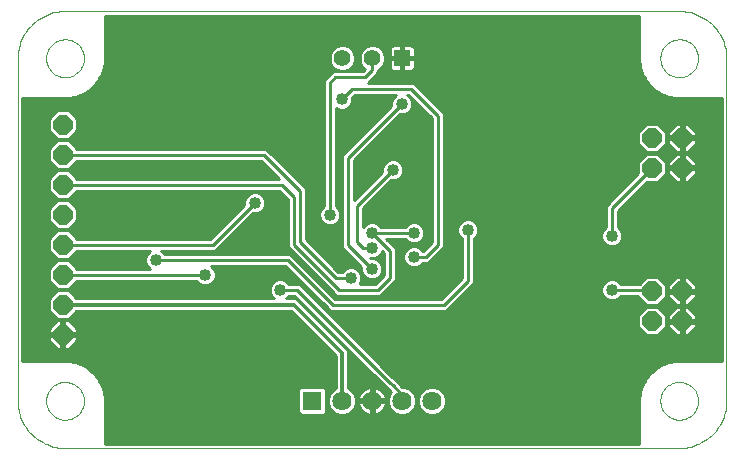
<source format=gbl>
G75*
G70*
%OFA0B0*%
%FSLAX24Y24*%
%IPPOS*%
%LPD*%
%AMOC8*
5,1,8,0,0,1.08239X$1,22.5*
%
%ADD10R,0.0640X0.0640*%
%ADD11C,0.0640*%
%ADD12OC8,0.0640*%
%ADD13R,0.0555X0.0555*%
%ADD14C,0.0555*%
%ADD15C,0.0000*%
%ADD16C,0.0100*%
%ADD17C,0.0400*%
%ADD18C,0.0120*%
D10*
X014205Y004991D03*
D11*
X015205Y004991D03*
X016205Y004991D03*
X017205Y004991D03*
X018205Y004991D03*
D12*
X025548Y007641D03*
X026548Y007641D03*
X026548Y008641D03*
X025548Y008641D03*
X025548Y012759D03*
X026548Y012759D03*
X026548Y013759D03*
X025548Y013759D03*
X005895Y014200D03*
X005895Y013200D03*
X005895Y012200D03*
X005895Y011200D03*
X005895Y010200D03*
X005895Y009200D03*
X005895Y008200D03*
X005895Y007200D03*
D13*
X017214Y016409D03*
D14*
X016214Y016409D03*
X015214Y016409D03*
D15*
X005969Y003417D02*
X026442Y003417D01*
X026442Y003416D02*
X026519Y003418D01*
X026596Y003424D01*
X026673Y003433D01*
X026749Y003446D01*
X026825Y003463D01*
X026899Y003484D01*
X026973Y003508D01*
X027045Y003536D01*
X027115Y003567D01*
X027184Y003602D01*
X027252Y003640D01*
X027317Y003681D01*
X027380Y003726D01*
X027441Y003774D01*
X027500Y003824D01*
X027556Y003877D01*
X027609Y003933D01*
X027659Y003992D01*
X027707Y004053D01*
X027752Y004116D01*
X027793Y004181D01*
X027831Y004249D01*
X027866Y004318D01*
X027897Y004388D01*
X027925Y004460D01*
X027949Y004534D01*
X027970Y004608D01*
X027987Y004684D01*
X028000Y004760D01*
X028009Y004837D01*
X028015Y004914D01*
X028017Y004991D01*
X028016Y004991D02*
X028016Y016409D01*
X028017Y016409D02*
X028015Y016486D01*
X028009Y016563D01*
X028000Y016640D01*
X027987Y016716D01*
X027970Y016792D01*
X027949Y016866D01*
X027925Y016940D01*
X027897Y017012D01*
X027866Y017082D01*
X027831Y017151D01*
X027793Y017219D01*
X027752Y017284D01*
X027707Y017347D01*
X027659Y017408D01*
X027609Y017467D01*
X027556Y017523D01*
X027500Y017576D01*
X027441Y017626D01*
X027380Y017674D01*
X027317Y017719D01*
X027252Y017760D01*
X027184Y017798D01*
X027115Y017833D01*
X027045Y017864D01*
X026973Y017892D01*
X026899Y017916D01*
X026825Y017937D01*
X026749Y017954D01*
X026673Y017967D01*
X026596Y017976D01*
X026519Y017982D01*
X026442Y017984D01*
X005969Y017984D01*
X005892Y017982D01*
X005815Y017976D01*
X005738Y017967D01*
X005662Y017954D01*
X005586Y017937D01*
X005512Y017916D01*
X005438Y017892D01*
X005366Y017864D01*
X005296Y017833D01*
X005227Y017798D01*
X005159Y017760D01*
X005094Y017719D01*
X005031Y017674D01*
X004970Y017626D01*
X004911Y017576D01*
X004855Y017523D01*
X004802Y017467D01*
X004752Y017408D01*
X004704Y017347D01*
X004659Y017284D01*
X004618Y017219D01*
X004580Y017151D01*
X004545Y017082D01*
X004514Y017012D01*
X004486Y016940D01*
X004462Y016866D01*
X004441Y016792D01*
X004424Y016716D01*
X004411Y016640D01*
X004402Y016563D01*
X004396Y016486D01*
X004394Y016409D01*
X004394Y004991D01*
X004396Y004914D01*
X004402Y004837D01*
X004411Y004760D01*
X004424Y004684D01*
X004441Y004608D01*
X004462Y004534D01*
X004486Y004460D01*
X004514Y004388D01*
X004545Y004318D01*
X004580Y004249D01*
X004618Y004181D01*
X004659Y004116D01*
X004704Y004053D01*
X004752Y003992D01*
X004802Y003933D01*
X004855Y003877D01*
X004911Y003824D01*
X004970Y003774D01*
X005031Y003726D01*
X005094Y003681D01*
X005159Y003640D01*
X005227Y003602D01*
X005296Y003567D01*
X005366Y003536D01*
X005438Y003508D01*
X005512Y003484D01*
X005586Y003463D01*
X005662Y003446D01*
X005738Y003433D01*
X005815Y003424D01*
X005892Y003418D01*
X005969Y003416D01*
X005892Y003418D01*
X005815Y003424D01*
X005738Y003433D01*
X005662Y003446D01*
X005586Y003463D01*
X005512Y003484D01*
X005438Y003508D01*
X005366Y003536D01*
X005296Y003567D01*
X005227Y003602D01*
X005159Y003640D01*
X005094Y003681D01*
X005031Y003726D01*
X004970Y003774D01*
X004911Y003824D01*
X004855Y003877D01*
X004802Y003933D01*
X004752Y003992D01*
X004704Y004053D01*
X004659Y004116D01*
X004618Y004181D01*
X004580Y004249D01*
X004545Y004318D01*
X004514Y004388D01*
X004486Y004460D01*
X004462Y004534D01*
X004441Y004608D01*
X004424Y004684D01*
X004411Y004760D01*
X004402Y004837D01*
X004396Y004914D01*
X004394Y004991D01*
X005339Y004991D02*
X005341Y005041D01*
X005347Y005091D01*
X005357Y005140D01*
X005371Y005188D01*
X005388Y005235D01*
X005409Y005280D01*
X005434Y005324D01*
X005462Y005365D01*
X005494Y005404D01*
X005528Y005441D01*
X005565Y005475D01*
X005605Y005505D01*
X005647Y005532D01*
X005691Y005556D01*
X005737Y005577D01*
X005784Y005593D01*
X005832Y005606D01*
X005882Y005615D01*
X005931Y005620D01*
X005982Y005621D01*
X006032Y005618D01*
X006081Y005611D01*
X006130Y005600D01*
X006178Y005585D01*
X006224Y005567D01*
X006269Y005545D01*
X006312Y005519D01*
X006353Y005490D01*
X006392Y005458D01*
X006428Y005423D01*
X006460Y005385D01*
X006490Y005345D01*
X006517Y005302D01*
X006540Y005258D01*
X006559Y005212D01*
X006575Y005164D01*
X006587Y005115D01*
X006595Y005066D01*
X006599Y005016D01*
X006599Y004966D01*
X006595Y004916D01*
X006587Y004867D01*
X006575Y004818D01*
X006559Y004770D01*
X006540Y004724D01*
X006517Y004680D01*
X006490Y004637D01*
X006460Y004597D01*
X006428Y004559D01*
X006392Y004524D01*
X006353Y004492D01*
X006312Y004463D01*
X006269Y004437D01*
X006224Y004415D01*
X006178Y004397D01*
X006130Y004382D01*
X006081Y004371D01*
X006032Y004364D01*
X005982Y004361D01*
X005931Y004362D01*
X005882Y004367D01*
X005832Y004376D01*
X005784Y004389D01*
X005737Y004405D01*
X005691Y004426D01*
X005647Y004450D01*
X005605Y004477D01*
X005565Y004507D01*
X005528Y004541D01*
X005494Y004578D01*
X005462Y004617D01*
X005434Y004658D01*
X005409Y004702D01*
X005388Y004747D01*
X005371Y004794D01*
X005357Y004842D01*
X005347Y004891D01*
X005341Y004941D01*
X005339Y004991D01*
X004394Y016409D02*
X004396Y016486D01*
X004402Y016563D01*
X004411Y016640D01*
X004424Y016716D01*
X004441Y016792D01*
X004462Y016866D01*
X004486Y016940D01*
X004514Y017012D01*
X004545Y017082D01*
X004580Y017151D01*
X004618Y017219D01*
X004659Y017284D01*
X004704Y017347D01*
X004752Y017408D01*
X004802Y017467D01*
X004855Y017523D01*
X004911Y017576D01*
X004970Y017626D01*
X005031Y017674D01*
X005094Y017719D01*
X005159Y017760D01*
X005227Y017798D01*
X005296Y017833D01*
X005366Y017864D01*
X005438Y017892D01*
X005512Y017916D01*
X005586Y017937D01*
X005662Y017954D01*
X005738Y017967D01*
X005815Y017976D01*
X005892Y017982D01*
X005969Y017984D01*
X005339Y016409D02*
X005341Y016459D01*
X005347Y016509D01*
X005357Y016558D01*
X005371Y016606D01*
X005388Y016653D01*
X005409Y016698D01*
X005434Y016742D01*
X005462Y016783D01*
X005494Y016822D01*
X005528Y016859D01*
X005565Y016893D01*
X005605Y016923D01*
X005647Y016950D01*
X005691Y016974D01*
X005737Y016995D01*
X005784Y017011D01*
X005832Y017024D01*
X005882Y017033D01*
X005931Y017038D01*
X005982Y017039D01*
X006032Y017036D01*
X006081Y017029D01*
X006130Y017018D01*
X006178Y017003D01*
X006224Y016985D01*
X006269Y016963D01*
X006312Y016937D01*
X006353Y016908D01*
X006392Y016876D01*
X006428Y016841D01*
X006460Y016803D01*
X006490Y016763D01*
X006517Y016720D01*
X006540Y016676D01*
X006559Y016630D01*
X006575Y016582D01*
X006587Y016533D01*
X006595Y016484D01*
X006599Y016434D01*
X006599Y016384D01*
X006595Y016334D01*
X006587Y016285D01*
X006575Y016236D01*
X006559Y016188D01*
X006540Y016142D01*
X006517Y016098D01*
X006490Y016055D01*
X006460Y016015D01*
X006428Y015977D01*
X006392Y015942D01*
X006353Y015910D01*
X006312Y015881D01*
X006269Y015855D01*
X006224Y015833D01*
X006178Y015815D01*
X006130Y015800D01*
X006081Y015789D01*
X006032Y015782D01*
X005982Y015779D01*
X005931Y015780D01*
X005882Y015785D01*
X005832Y015794D01*
X005784Y015807D01*
X005737Y015823D01*
X005691Y015844D01*
X005647Y015868D01*
X005605Y015895D01*
X005565Y015925D01*
X005528Y015959D01*
X005494Y015996D01*
X005462Y016035D01*
X005434Y016076D01*
X005409Y016120D01*
X005388Y016165D01*
X005371Y016212D01*
X005357Y016260D01*
X005347Y016309D01*
X005341Y016359D01*
X005339Y016409D01*
X026442Y017984D02*
X026519Y017982D01*
X026596Y017976D01*
X026673Y017967D01*
X026749Y017954D01*
X026825Y017937D01*
X026899Y017916D01*
X026973Y017892D01*
X027045Y017864D01*
X027115Y017833D01*
X027184Y017798D01*
X027252Y017760D01*
X027317Y017719D01*
X027380Y017674D01*
X027441Y017626D01*
X027500Y017576D01*
X027556Y017523D01*
X027609Y017467D01*
X027659Y017408D01*
X027707Y017347D01*
X027752Y017284D01*
X027793Y017219D01*
X027831Y017151D01*
X027866Y017082D01*
X027897Y017012D01*
X027925Y016940D01*
X027949Y016866D01*
X027970Y016792D01*
X027987Y016716D01*
X028000Y016640D01*
X028009Y016563D01*
X028015Y016486D01*
X028017Y016409D01*
X025812Y016409D02*
X025814Y016459D01*
X025820Y016509D01*
X025830Y016558D01*
X025844Y016606D01*
X025861Y016653D01*
X025882Y016698D01*
X025907Y016742D01*
X025935Y016783D01*
X025967Y016822D01*
X026001Y016859D01*
X026038Y016893D01*
X026078Y016923D01*
X026120Y016950D01*
X026164Y016974D01*
X026210Y016995D01*
X026257Y017011D01*
X026305Y017024D01*
X026355Y017033D01*
X026404Y017038D01*
X026455Y017039D01*
X026505Y017036D01*
X026554Y017029D01*
X026603Y017018D01*
X026651Y017003D01*
X026697Y016985D01*
X026742Y016963D01*
X026785Y016937D01*
X026826Y016908D01*
X026865Y016876D01*
X026901Y016841D01*
X026933Y016803D01*
X026963Y016763D01*
X026990Y016720D01*
X027013Y016676D01*
X027032Y016630D01*
X027048Y016582D01*
X027060Y016533D01*
X027068Y016484D01*
X027072Y016434D01*
X027072Y016384D01*
X027068Y016334D01*
X027060Y016285D01*
X027048Y016236D01*
X027032Y016188D01*
X027013Y016142D01*
X026990Y016098D01*
X026963Y016055D01*
X026933Y016015D01*
X026901Y015977D01*
X026865Y015942D01*
X026826Y015910D01*
X026785Y015881D01*
X026742Y015855D01*
X026697Y015833D01*
X026651Y015815D01*
X026603Y015800D01*
X026554Y015789D01*
X026505Y015782D01*
X026455Y015779D01*
X026404Y015780D01*
X026355Y015785D01*
X026305Y015794D01*
X026257Y015807D01*
X026210Y015823D01*
X026164Y015844D01*
X026120Y015868D01*
X026078Y015895D01*
X026038Y015925D01*
X026001Y015959D01*
X025967Y015996D01*
X025935Y016035D01*
X025907Y016076D01*
X025882Y016120D01*
X025861Y016165D01*
X025844Y016212D01*
X025830Y016260D01*
X025820Y016309D01*
X025814Y016359D01*
X025812Y016409D01*
X028017Y004991D02*
X028015Y004914D01*
X028009Y004837D01*
X028000Y004760D01*
X027987Y004684D01*
X027970Y004608D01*
X027949Y004534D01*
X027925Y004460D01*
X027897Y004388D01*
X027866Y004318D01*
X027831Y004249D01*
X027793Y004181D01*
X027752Y004116D01*
X027707Y004053D01*
X027659Y003992D01*
X027609Y003933D01*
X027556Y003877D01*
X027500Y003824D01*
X027441Y003774D01*
X027380Y003726D01*
X027317Y003681D01*
X027252Y003640D01*
X027184Y003602D01*
X027115Y003567D01*
X027045Y003536D01*
X026973Y003508D01*
X026899Y003484D01*
X026825Y003463D01*
X026749Y003446D01*
X026673Y003433D01*
X026596Y003424D01*
X026519Y003418D01*
X026442Y003416D01*
X025812Y004991D02*
X025814Y005041D01*
X025820Y005091D01*
X025830Y005140D01*
X025844Y005188D01*
X025861Y005235D01*
X025882Y005280D01*
X025907Y005324D01*
X025935Y005365D01*
X025967Y005404D01*
X026001Y005441D01*
X026038Y005475D01*
X026078Y005505D01*
X026120Y005532D01*
X026164Y005556D01*
X026210Y005577D01*
X026257Y005593D01*
X026305Y005606D01*
X026355Y005615D01*
X026404Y005620D01*
X026455Y005621D01*
X026505Y005618D01*
X026554Y005611D01*
X026603Y005600D01*
X026651Y005585D01*
X026697Y005567D01*
X026742Y005545D01*
X026785Y005519D01*
X026826Y005490D01*
X026865Y005458D01*
X026901Y005423D01*
X026933Y005385D01*
X026963Y005345D01*
X026990Y005302D01*
X027013Y005258D01*
X027032Y005212D01*
X027048Y005164D01*
X027060Y005115D01*
X027068Y005066D01*
X027072Y005016D01*
X027072Y004966D01*
X027068Y004916D01*
X027060Y004867D01*
X027048Y004818D01*
X027032Y004770D01*
X027013Y004724D01*
X026990Y004680D01*
X026963Y004637D01*
X026933Y004597D01*
X026901Y004559D01*
X026865Y004524D01*
X026826Y004492D01*
X026785Y004463D01*
X026742Y004437D01*
X026697Y004415D01*
X026651Y004397D01*
X026603Y004382D01*
X026554Y004371D01*
X026505Y004364D01*
X026455Y004361D01*
X026404Y004362D01*
X026355Y004367D01*
X026305Y004376D01*
X026257Y004389D01*
X026210Y004405D01*
X026164Y004426D01*
X026120Y004450D01*
X026078Y004477D01*
X026038Y004507D01*
X026001Y004541D01*
X025967Y004578D01*
X025935Y004617D01*
X025907Y004658D01*
X025882Y004702D01*
X025861Y004747D01*
X025844Y004794D01*
X025830Y004842D01*
X025820Y004891D01*
X025814Y004941D01*
X025812Y004991D01*
D16*
X025115Y005058D02*
X025110Y005054D01*
X025110Y004997D01*
X025106Y004940D01*
X025110Y004936D01*
X025110Y003567D01*
X007300Y003567D01*
X007300Y004936D01*
X007304Y004940D01*
X007300Y004997D01*
X007300Y005054D01*
X007296Y005058D01*
X007291Y005120D01*
X007298Y005131D01*
X007287Y005181D01*
X007283Y005232D01*
X007274Y005240D01*
X007260Y005307D01*
X007265Y005318D01*
X007247Y005366D01*
X007236Y005417D01*
X007225Y005423D01*
X007201Y005488D01*
X007205Y005499D01*
X007180Y005544D01*
X007162Y005593D01*
X007151Y005598D01*
X007118Y005658D01*
X007120Y005670D01*
X007089Y005711D01*
X007065Y005756D01*
X007053Y005760D01*
X007012Y005815D01*
X007012Y005827D01*
X006975Y005863D01*
X006945Y005905D01*
X006932Y005906D01*
X006884Y005955D01*
X006882Y005967D01*
X006841Y005998D01*
X006805Y006034D01*
X006792Y006034D01*
X006737Y006075D01*
X006734Y006087D01*
X006689Y006112D01*
X006648Y006142D01*
X006636Y006141D01*
X006575Y006174D01*
X006570Y006185D01*
X006522Y006203D01*
X006477Y006227D01*
X006465Y006224D01*
X006401Y006248D01*
X006394Y006258D01*
X006344Y006269D01*
X006296Y006287D01*
X006285Y006282D01*
X006218Y006296D01*
X006210Y006306D01*
X006159Y006309D01*
X006108Y006320D01*
X006098Y006314D01*
X006036Y006318D01*
X006031Y006323D01*
X005975Y006323D01*
X005918Y006327D01*
X005913Y006323D01*
X004544Y006323D01*
X004544Y015078D01*
X005913Y015078D01*
X005918Y015074D01*
X005975Y015078D01*
X006031Y015078D01*
X006036Y015082D01*
X006098Y015087D01*
X006108Y015080D01*
X006158Y015091D01*
X006210Y015095D01*
X006218Y015104D01*
X006285Y015118D01*
X006296Y015113D01*
X006344Y015131D01*
X006394Y015142D01*
X006401Y015152D01*
X006465Y015176D01*
X006477Y015173D01*
X006522Y015198D01*
X006570Y015216D01*
X006575Y015227D01*
X006636Y015260D01*
X006648Y015258D01*
X006689Y015289D01*
X006734Y015313D01*
X006737Y015325D01*
X006793Y015366D01*
X006805Y015366D01*
X006841Y015403D01*
X006882Y015433D01*
X006884Y015445D01*
X006932Y015494D01*
X006945Y015496D01*
X006975Y015537D01*
X007012Y015573D01*
X007012Y015585D01*
X007053Y015640D01*
X007065Y015644D01*
X007089Y015689D01*
X007120Y015730D01*
X007118Y015742D01*
X007151Y015802D01*
X007162Y015808D01*
X007180Y015856D01*
X007205Y015901D01*
X007201Y015913D01*
X007225Y015977D01*
X007236Y015983D01*
X007247Y016034D01*
X007265Y016082D01*
X007260Y016093D01*
X007274Y016160D01*
X007283Y016168D01*
X007287Y016219D01*
X007298Y016270D01*
X007291Y016280D01*
X007296Y016342D01*
X007300Y016347D01*
X007300Y016403D01*
X007304Y016460D01*
X007300Y016465D01*
X007300Y017834D01*
X025110Y017834D01*
X025110Y016465D01*
X025106Y016460D01*
X025110Y016403D01*
X025110Y016347D01*
X025115Y016342D01*
X025119Y016280D01*
X025113Y016270D01*
X025124Y016219D01*
X025127Y016168D01*
X025137Y016160D01*
X025151Y016093D01*
X025146Y016082D01*
X025164Y016034D01*
X025175Y015983D01*
X025185Y015977D01*
X025209Y015913D01*
X025206Y015901D01*
X025230Y015856D01*
X025248Y015808D01*
X025259Y015802D01*
X025292Y015742D01*
X025291Y015730D01*
X025321Y015689D01*
X025346Y015644D01*
X025358Y015640D01*
X025399Y015585D01*
X025399Y015573D01*
X025435Y015537D01*
X025466Y015496D01*
X025478Y015494D01*
X025527Y015445D01*
X025528Y015433D01*
X025570Y015403D01*
X025606Y015366D01*
X025618Y015366D01*
X025673Y015325D01*
X025677Y015313D01*
X025722Y015289D01*
X025763Y015258D01*
X025775Y015260D01*
X025835Y015227D01*
X025840Y015216D01*
X025889Y015198D01*
X025934Y015173D01*
X025945Y015176D01*
X026010Y015152D01*
X026016Y015142D01*
X026067Y015131D01*
X026115Y015113D01*
X026126Y015118D01*
X026193Y015104D01*
X026201Y015095D01*
X026252Y015091D01*
X026302Y015080D01*
X026313Y015087D01*
X026375Y015082D01*
X026379Y015078D01*
X026436Y015078D01*
X026493Y015074D01*
X026497Y015078D01*
X027866Y015078D01*
X027866Y006323D01*
X026497Y006323D01*
X026493Y006327D01*
X026436Y006323D01*
X026379Y006323D01*
X026375Y006318D01*
X026313Y006314D01*
X026302Y006320D01*
X026252Y006309D01*
X026201Y006306D01*
X026193Y006296D01*
X026126Y006282D01*
X026115Y006287D01*
X026067Y006269D01*
X026016Y006258D01*
X026010Y006248D01*
X025945Y006224D01*
X025934Y006227D01*
X025889Y006203D01*
X025840Y006185D01*
X025835Y006174D01*
X025775Y006141D01*
X025763Y006142D01*
X025722Y006112D01*
X025677Y006087D01*
X025673Y006075D01*
X025618Y006034D01*
X025606Y006034D01*
X025570Y005998D01*
X025528Y005967D01*
X025527Y005955D01*
X025478Y005906D01*
X025466Y005905D01*
X025435Y005863D01*
X025399Y005827D01*
X025399Y005815D01*
X025358Y005760D01*
X025346Y005756D01*
X025322Y005711D01*
X025291Y005670D01*
X025292Y005658D01*
X025260Y005598D01*
X025248Y005593D01*
X025230Y005544D01*
X025206Y005499D01*
X025209Y005488D01*
X025185Y005423D01*
X025175Y005417D01*
X025164Y005366D01*
X025146Y005318D01*
X025151Y005307D01*
X025137Y005240D01*
X025127Y005232D01*
X025124Y005181D01*
X025113Y005131D01*
X025119Y005120D01*
X025115Y005058D01*
X025117Y005092D02*
X018672Y005092D01*
X018675Y005085D02*
X018604Y005258D01*
X018472Y005390D01*
X018299Y005461D01*
X018112Y005461D01*
X017939Y005390D01*
X017807Y005258D01*
X017735Y005085D01*
X017735Y004898D01*
X017807Y004725D01*
X017939Y004593D01*
X018112Y004521D01*
X018299Y004521D01*
X018472Y004593D01*
X018604Y004725D01*
X018675Y004898D01*
X018675Y005085D01*
X018675Y004993D02*
X025110Y004993D01*
X025110Y004895D02*
X018674Y004895D01*
X018633Y004796D02*
X025110Y004796D01*
X025110Y004698D02*
X018576Y004698D01*
X018478Y004599D02*
X025110Y004599D01*
X025110Y004501D02*
X007300Y004501D01*
X007300Y004599D02*
X013745Y004599D01*
X013735Y004609D02*
X013823Y004521D01*
X014587Y004521D01*
X014675Y004609D01*
X014675Y005374D01*
X014587Y005461D01*
X013823Y005461D01*
X013735Y005374D01*
X013735Y004609D01*
X013735Y004698D02*
X007300Y004698D01*
X007300Y004796D02*
X013735Y004796D01*
X013735Y004895D02*
X007300Y004895D01*
X007300Y004993D02*
X013735Y004993D01*
X013735Y005092D02*
X007293Y005092D01*
X007286Y005190D02*
X013735Y005190D01*
X013735Y005289D02*
X007264Y005289D01*
X007242Y005388D02*
X013749Y005388D01*
X014661Y005388D02*
X014937Y005388D01*
X014939Y005390D02*
X014807Y005258D01*
X014735Y005085D01*
X014735Y004898D01*
X014807Y004725D01*
X014939Y004593D01*
X015112Y004521D01*
X015299Y004521D01*
X015472Y004593D01*
X015604Y004725D01*
X015675Y004898D01*
X015675Y005085D01*
X015604Y005258D01*
X015472Y005390D01*
X015415Y005413D01*
X015415Y006500D01*
X015415Y006674D01*
X013741Y008348D01*
X013681Y008408D01*
X013543Y008408D01*
X013349Y008408D01*
X013439Y008498D01*
X013611Y008498D01*
X016603Y005506D01*
X016688Y005421D01*
X016829Y005280D01*
X016807Y005258D01*
X016735Y005085D01*
X016735Y004898D01*
X016807Y004725D01*
X016939Y004593D01*
X017112Y004521D01*
X017299Y004521D01*
X017472Y004593D01*
X017604Y004725D01*
X017675Y004898D01*
X017675Y005085D01*
X017604Y005258D01*
X017472Y005390D01*
X017299Y005461D01*
X017214Y005461D01*
X016971Y005704D01*
X016886Y005789D01*
X013894Y008781D01*
X013777Y008898D01*
X013439Y008898D01*
X013343Y008995D01*
X013214Y009048D01*
X013075Y009048D01*
X012946Y008995D01*
X012848Y008896D01*
X012794Y008768D01*
X012794Y008628D01*
X012848Y008500D01*
X012939Y008408D01*
X006350Y008410D01*
X006090Y008670D01*
X005701Y008670D01*
X005425Y008395D01*
X005425Y008005D01*
X005701Y007730D01*
X006090Y007730D01*
X006350Y007990D01*
X013507Y007988D01*
X014995Y006500D01*
X014995Y005413D01*
X014939Y005390D01*
X014995Y005486D02*
X007202Y005486D01*
X007165Y005585D02*
X014995Y005585D01*
X014995Y005683D02*
X007110Y005683D01*
X007036Y005782D02*
X014995Y005782D01*
X014995Y005880D02*
X006963Y005880D01*
X006866Y005979D02*
X014995Y005979D01*
X014995Y006077D02*
X006737Y006077D01*
X006574Y006176D02*
X014995Y006176D01*
X014995Y006274D02*
X006330Y006274D01*
X006090Y006730D02*
X005945Y006730D01*
X005945Y007150D01*
X005845Y007150D01*
X005425Y007150D01*
X005425Y007005D01*
X005701Y006730D01*
X005845Y006730D01*
X005845Y007150D01*
X005845Y007250D01*
X005425Y007250D01*
X005425Y007395D01*
X005701Y007670D01*
X005845Y007670D01*
X005845Y007250D01*
X005945Y007250D01*
X005945Y007670D01*
X006090Y007670D01*
X006365Y007395D01*
X006365Y007250D01*
X005945Y007250D01*
X005945Y007150D01*
X006365Y007150D01*
X006365Y007005D01*
X006090Y006730D01*
X006127Y006767D02*
X014728Y006767D01*
X014827Y006669D02*
X004544Y006669D01*
X004544Y006767D02*
X005664Y006767D01*
X005565Y006866D02*
X004544Y006866D01*
X004544Y006964D02*
X005467Y006964D01*
X005425Y007063D02*
X004544Y007063D01*
X004544Y007161D02*
X005845Y007161D01*
X005845Y007063D02*
X005945Y007063D01*
X005945Y007161D02*
X014334Y007161D01*
X014432Y007063D02*
X006365Y007063D01*
X006324Y006964D02*
X014531Y006964D01*
X014630Y006866D02*
X006226Y006866D01*
X005945Y006866D02*
X005845Y006866D01*
X005845Y006964D02*
X005945Y006964D01*
X005945Y006767D02*
X005845Y006767D01*
X005845Y007260D02*
X005945Y007260D01*
X005945Y007358D02*
X005845Y007358D01*
X005845Y007457D02*
X005945Y007457D01*
X005945Y007556D02*
X005845Y007556D01*
X005845Y007654D02*
X005945Y007654D01*
X006106Y007654D02*
X013841Y007654D01*
X013743Y007753D02*
X006112Y007753D01*
X006211Y007851D02*
X013644Y007851D01*
X013546Y007950D02*
X006309Y007950D01*
X006205Y007556D02*
X013940Y007556D01*
X014038Y007457D02*
X006303Y007457D01*
X006365Y007358D02*
X014137Y007358D01*
X014235Y007260D02*
X006365Y007260D01*
X005685Y007654D02*
X004544Y007654D01*
X004544Y007556D02*
X005586Y007556D01*
X005487Y007457D02*
X004544Y007457D01*
X004544Y007358D02*
X005425Y007358D01*
X005425Y007260D02*
X004544Y007260D01*
X004544Y007753D02*
X005678Y007753D01*
X005580Y007851D02*
X004544Y007851D01*
X004544Y007950D02*
X005481Y007950D01*
X005425Y008048D02*
X004544Y008048D01*
X004544Y008147D02*
X005425Y008147D01*
X005425Y008245D02*
X004544Y008245D01*
X004544Y008344D02*
X005425Y008344D01*
X005473Y008442D02*
X004544Y008442D01*
X004544Y008541D02*
X005571Y008541D01*
X005670Y008639D02*
X004544Y008639D01*
X004544Y008738D02*
X005693Y008738D01*
X005701Y008730D02*
X005425Y009005D01*
X005425Y009395D01*
X005701Y009670D01*
X006090Y009670D01*
X006360Y009400D01*
X008802Y009399D01*
X008796Y009401D01*
X008698Y009500D01*
X008644Y009628D01*
X008644Y009768D01*
X008698Y009896D01*
X008796Y009995D01*
X008806Y009999D01*
X006360Y010000D01*
X006090Y009730D01*
X005701Y009730D01*
X005425Y010005D01*
X005425Y010395D01*
X005701Y010670D01*
X006090Y010670D01*
X006360Y010400D01*
X010811Y010398D01*
X011944Y011531D01*
X011944Y011668D01*
X011998Y011796D01*
X012096Y011895D01*
X012225Y011948D01*
X012364Y011948D01*
X012493Y011895D01*
X012591Y011796D01*
X012644Y011668D01*
X012644Y011528D01*
X012591Y011400D01*
X012493Y011301D01*
X012364Y011248D01*
X012227Y011248D01*
X011094Y010115D01*
X011094Y010115D01*
X011035Y010056D01*
X010977Y009998D01*
X010977Y009998D01*
X010887Y009998D01*
X010811Y009998D01*
X010811Y009998D01*
X009183Y009999D01*
X009193Y009995D01*
X009289Y009898D01*
X013311Y009898D01*
X013477Y009898D01*
X014977Y008398D01*
X018511Y008398D01*
X019194Y009081D01*
X019194Y010403D01*
X019098Y010500D01*
X019044Y010628D01*
X019044Y010768D01*
X019098Y010896D01*
X019196Y010995D01*
X019325Y011048D01*
X019464Y011048D01*
X019593Y010995D01*
X019691Y010896D01*
X019744Y010768D01*
X019744Y010628D01*
X019691Y010500D01*
X019594Y010403D01*
X019594Y008915D01*
X019477Y008798D01*
X018677Y007998D01*
X018511Y007998D01*
X014811Y007998D01*
X014694Y008115D01*
X013311Y009498D01*
X010834Y009498D01*
X010843Y009495D01*
X010941Y009396D01*
X010994Y009268D01*
X010994Y009128D01*
X010941Y009000D01*
X010843Y008901D01*
X010714Y008848D01*
X010575Y008848D01*
X010446Y008901D01*
X010349Y008998D01*
X006360Y009000D01*
X006090Y008730D01*
X005701Y008730D01*
X005594Y008837D02*
X004544Y008837D01*
X004544Y008935D02*
X005496Y008935D01*
X005425Y009034D02*
X004544Y009034D01*
X004544Y009132D02*
X005425Y009132D01*
X005425Y009231D02*
X004544Y009231D01*
X004544Y009329D02*
X005425Y009329D01*
X005458Y009428D02*
X004544Y009428D01*
X004544Y009526D02*
X005557Y009526D01*
X005655Y009625D02*
X004544Y009625D01*
X004544Y009723D02*
X008644Y009723D01*
X008646Y009625D02*
X006135Y009625D01*
X006234Y009526D02*
X008687Y009526D01*
X008769Y009428D02*
X006332Y009428D01*
X006182Y009822D02*
X008667Y009822D01*
X008722Y009921D02*
X006280Y009921D01*
X005895Y010200D02*
X010894Y010198D01*
X012294Y011598D01*
X011944Y011596D02*
X006164Y011596D01*
X006090Y011670D02*
X005701Y011670D01*
X005425Y011395D01*
X005425Y011005D01*
X005701Y010730D01*
X006090Y010730D01*
X006365Y011005D01*
X006365Y011395D01*
X006090Y011670D01*
X006090Y011730D02*
X005701Y011730D01*
X005425Y012005D01*
X005425Y012395D01*
X005701Y012670D01*
X006090Y012670D01*
X006360Y012400D01*
X013112Y012398D01*
X012511Y012998D01*
X006360Y013000D01*
X006090Y012730D01*
X005701Y012730D01*
X005425Y013005D01*
X005425Y013395D01*
X005701Y013670D01*
X006090Y013670D01*
X006360Y013400D01*
X012560Y013398D01*
X012677Y013398D01*
X012677Y013398D01*
X012679Y013396D01*
X013994Y012081D01*
X013994Y011915D01*
X013994Y010381D01*
X015077Y009298D01*
X015199Y009298D01*
X015296Y009395D01*
X015425Y009448D01*
X015564Y009448D01*
X015693Y009395D01*
X015791Y009296D01*
X015844Y009168D01*
X015844Y009028D01*
X015791Y008900D01*
X015789Y008898D01*
X016311Y008898D01*
X016594Y009181D01*
X016594Y009915D01*
X016526Y009984D01*
X016491Y009900D01*
X016393Y009801D01*
X016264Y009748D01*
X016127Y009748D01*
X016127Y009748D01*
X016264Y009748D01*
X016393Y009695D01*
X016491Y009596D01*
X016544Y009468D01*
X016544Y009328D01*
X016491Y009200D01*
X016393Y009101D01*
X016264Y009048D01*
X016125Y009048D01*
X015996Y009101D01*
X015898Y009200D01*
X015844Y009328D01*
X015844Y009465D01*
X015311Y009998D01*
X015194Y010115D01*
X015194Y013181D01*
X015311Y013298D01*
X016844Y014831D01*
X016844Y014968D01*
X016898Y015096D01*
X016996Y015195D01*
X017004Y015198D01*
X015627Y015198D01*
X015544Y015115D01*
X015544Y014978D01*
X015491Y014850D01*
X015393Y014751D01*
X015264Y014698D01*
X015125Y014698D01*
X014996Y014751D01*
X014994Y014753D01*
X014994Y011493D01*
X015091Y011396D01*
X015144Y011268D01*
X015144Y011128D01*
X015091Y011000D01*
X014993Y010901D01*
X014864Y010848D01*
X014725Y010848D01*
X014596Y010901D01*
X014498Y011000D01*
X014444Y011128D01*
X014444Y011268D01*
X014498Y011396D01*
X014594Y011493D01*
X014594Y015515D01*
X014594Y015681D01*
X014777Y015864D01*
X014894Y015981D01*
X015894Y015981D01*
X015966Y016052D01*
X015852Y016167D01*
X015787Y016324D01*
X015787Y016494D01*
X015852Y016651D01*
X015972Y016771D01*
X016129Y016836D01*
X016299Y016836D01*
X016456Y016771D01*
X016577Y016651D01*
X016642Y016494D01*
X016642Y016324D01*
X016577Y016167D01*
X016456Y016046D01*
X016414Y016029D01*
X016414Y015935D01*
X016077Y015598D01*
X017577Y015598D01*
X017694Y015481D01*
X018594Y014581D01*
X018594Y014415D01*
X018594Y010115D01*
X018477Y009998D01*
X018077Y009598D01*
X017911Y009598D01*
X017889Y009598D01*
X017793Y009501D01*
X017664Y009448D01*
X017525Y009448D01*
X017396Y009501D01*
X017298Y009600D01*
X017244Y009728D01*
X017244Y009868D01*
X017298Y009996D01*
X017396Y010095D01*
X017525Y010148D01*
X017664Y010148D01*
X017793Y010095D01*
X017889Y009998D01*
X017911Y009998D01*
X018194Y010281D01*
X018194Y014415D01*
X017411Y015198D01*
X017384Y015198D01*
X017393Y015195D01*
X017491Y015096D01*
X017544Y014968D01*
X017544Y014828D01*
X017491Y014700D01*
X017393Y014601D01*
X017264Y014548D01*
X017127Y014548D01*
X015594Y013015D01*
X015594Y011681D01*
X015611Y011698D01*
X016544Y012631D01*
X016544Y012768D01*
X016598Y012896D01*
X016696Y012995D01*
X016825Y013048D01*
X016964Y013048D01*
X017093Y012995D01*
X017191Y012896D01*
X017244Y012768D01*
X017244Y012628D01*
X017191Y012500D01*
X017093Y012401D01*
X016964Y012348D01*
X016827Y012348D01*
X015894Y011415D01*
X015894Y010788D01*
X015898Y010796D01*
X015996Y010895D01*
X016125Y010948D01*
X016264Y010948D01*
X016393Y010895D01*
X016489Y010798D01*
X017299Y010798D01*
X017396Y010895D01*
X017525Y010948D01*
X017664Y010948D01*
X017793Y010895D01*
X017891Y010796D01*
X017944Y010668D01*
X017944Y010528D01*
X017891Y010400D01*
X017793Y010301D01*
X017664Y010248D01*
X017525Y010248D01*
X017396Y010301D01*
X017299Y010398D01*
X016677Y010398D01*
X016994Y010081D01*
X016994Y009915D01*
X016994Y009015D01*
X016877Y008898D01*
X016477Y008498D01*
X016311Y008498D01*
X015011Y008498D01*
X014894Y008615D01*
X013394Y010115D01*
X013394Y010281D01*
X013394Y011715D01*
X013111Y011998D01*
X006360Y012000D01*
X006090Y011730D01*
X006153Y011793D02*
X011996Y011793D01*
X011955Y011694D02*
X004544Y011694D01*
X004544Y011596D02*
X005626Y011596D01*
X005528Y011497D02*
X004544Y011497D01*
X004544Y011399D02*
X005429Y011399D01*
X005425Y011300D02*
X004544Y011300D01*
X004544Y011202D02*
X005425Y011202D01*
X005425Y011103D02*
X004544Y011103D01*
X004544Y011005D02*
X005426Y011005D01*
X005525Y010906D02*
X004544Y010906D01*
X004544Y010807D02*
X005623Y010807D01*
X005641Y010610D02*
X004544Y010610D01*
X004544Y010512D02*
X005542Y010512D01*
X005444Y010413D02*
X004544Y010413D01*
X004544Y010315D02*
X005425Y010315D01*
X005425Y010216D02*
X004544Y010216D01*
X004544Y010118D02*
X005425Y010118D01*
X005425Y010019D02*
X004544Y010019D01*
X004544Y009921D02*
X005510Y009921D01*
X005609Y009822D02*
X004544Y009822D01*
X005895Y009200D02*
X010644Y009198D01*
X010969Y009329D02*
X013480Y009329D01*
X013579Y009231D02*
X010994Y009231D01*
X010994Y009132D02*
X013677Y009132D01*
X013776Y009034D02*
X013248Y009034D01*
X013402Y008935D02*
X013874Y008935D01*
X013839Y008837D02*
X013973Y008837D01*
X013937Y008738D02*
X014071Y008738D01*
X014036Y008639D02*
X014170Y008639D01*
X014134Y008541D02*
X014268Y008541D01*
X014233Y008442D02*
X014367Y008442D01*
X014331Y008344D02*
X014466Y008344D01*
X014430Y008245D02*
X014564Y008245D01*
X014528Y008147D02*
X014663Y008147D01*
X014627Y008048D02*
X014761Y008048D01*
X014725Y007950D02*
X025192Y007950D01*
X025290Y008048D02*
X018727Y008048D01*
X018826Y008147D02*
X027866Y008147D01*
X027866Y008245D02*
X026817Y008245D01*
X026743Y008171D02*
X027018Y008446D01*
X027018Y008591D01*
X026598Y008591D01*
X026598Y008691D01*
X027018Y008691D01*
X027018Y008836D01*
X026743Y009111D01*
X026598Y009111D01*
X026598Y008691D01*
X026498Y008691D01*
X026498Y009111D01*
X026353Y009111D01*
X026078Y008836D01*
X026078Y008691D01*
X026498Y008691D01*
X026498Y008591D01*
X026598Y008591D01*
X026598Y008171D01*
X026743Y008171D01*
X026743Y008111D02*
X026598Y008111D01*
X026598Y007691D01*
X027018Y007691D01*
X027018Y007836D01*
X026743Y008111D01*
X026805Y008048D02*
X027866Y008048D01*
X027866Y007950D02*
X026904Y007950D01*
X027002Y007851D02*
X027866Y007851D01*
X027866Y007753D02*
X027018Y007753D01*
X027018Y007591D02*
X026598Y007591D01*
X026598Y007691D01*
X026498Y007691D01*
X026498Y008111D01*
X026353Y008111D01*
X026078Y007836D01*
X026078Y007691D01*
X026498Y007691D01*
X026498Y007591D01*
X026598Y007591D01*
X026598Y007171D01*
X026743Y007171D01*
X027018Y007446D01*
X027018Y007591D01*
X027018Y007556D02*
X027866Y007556D01*
X027866Y007654D02*
X026598Y007654D01*
X026598Y007556D02*
X026498Y007556D01*
X026498Y007591D02*
X026498Y007171D01*
X026353Y007171D01*
X026078Y007446D01*
X026078Y007591D01*
X026498Y007591D01*
X026498Y007654D02*
X026018Y007654D01*
X026018Y007556D02*
X026078Y007556D01*
X026078Y007457D02*
X026018Y007457D01*
X026018Y007446D02*
X025743Y007171D01*
X025353Y007171D01*
X025078Y007446D01*
X025078Y007836D01*
X025353Y008111D01*
X025743Y008111D01*
X026018Y007836D01*
X026018Y007446D01*
X025930Y007358D02*
X026166Y007358D01*
X026264Y007260D02*
X025831Y007260D01*
X025264Y007260D02*
X015415Y007260D01*
X015317Y007358D02*
X025166Y007358D01*
X025078Y007457D02*
X015218Y007457D01*
X015120Y007556D02*
X025078Y007556D01*
X025078Y007654D02*
X015021Y007654D01*
X014922Y007753D02*
X025078Y007753D01*
X025093Y007851D02*
X014824Y007851D01*
X014554Y007556D02*
X014534Y007556D01*
X014455Y007654D02*
X014435Y007654D01*
X014357Y007753D02*
X014337Y007753D01*
X014258Y007851D02*
X014238Y007851D01*
X014160Y007950D02*
X014140Y007950D01*
X014061Y008048D02*
X014041Y008048D01*
X013963Y008147D02*
X013942Y008147D01*
X013864Y008245D02*
X013844Y008245D01*
X013766Y008344D02*
X013745Y008344D01*
X013681Y008408D02*
X013681Y008408D01*
X013681Y008408D01*
X013667Y008442D02*
X013384Y008442D01*
X013144Y008698D02*
X013694Y008698D01*
X016803Y005589D01*
X016888Y005504D01*
X017205Y005187D01*
X017205Y004991D01*
X016777Y004796D02*
X016633Y004796D01*
X016641Y004811D02*
X016664Y004881D01*
X016673Y004941D01*
X016256Y004941D01*
X016256Y005041D01*
X016673Y005041D01*
X016664Y005102D01*
X016641Y005172D01*
X016607Y005238D01*
X016564Y005298D01*
X016511Y005350D01*
X016452Y005393D01*
X016386Y005427D01*
X016315Y005450D01*
X016255Y005459D01*
X016255Y005042D01*
X016155Y005042D01*
X016155Y005459D01*
X016095Y005450D01*
X016025Y005427D01*
X015959Y005393D01*
X015899Y005350D01*
X015847Y005298D01*
X015803Y005238D01*
X015770Y005172D01*
X015747Y005102D01*
X015737Y005041D01*
X016155Y005041D01*
X016155Y004941D01*
X016255Y004941D01*
X016255Y004524D01*
X016315Y004533D01*
X016386Y004556D01*
X016452Y004590D01*
X016511Y004633D01*
X016564Y004685D01*
X016607Y004745D01*
X016641Y004811D01*
X016666Y004895D02*
X016737Y004895D01*
X016735Y004993D02*
X016256Y004993D01*
X016255Y004895D02*
X016155Y004895D01*
X016155Y004941D02*
X016155Y004524D01*
X016095Y004533D01*
X016025Y004556D01*
X015959Y004590D01*
X015899Y004633D01*
X015847Y004685D01*
X015803Y004745D01*
X015770Y004811D01*
X015747Y004881D01*
X015737Y004941D01*
X016155Y004941D01*
X016155Y004993D02*
X015675Y004993D01*
X015674Y004895D02*
X015745Y004895D01*
X015777Y004796D02*
X015633Y004796D01*
X015576Y004698D02*
X015838Y004698D01*
X015946Y004599D02*
X015478Y004599D01*
X014933Y004599D02*
X014665Y004599D01*
X014675Y004698D02*
X014834Y004698D01*
X014777Y004796D02*
X014675Y004796D01*
X014675Y004895D02*
X014737Y004895D01*
X014735Y004993D02*
X014675Y004993D01*
X014675Y005092D02*
X014738Y005092D01*
X014779Y005190D02*
X014675Y005190D01*
X014675Y005289D02*
X014838Y005289D01*
X015415Y005486D02*
X016623Y005486D01*
X016525Y005585D02*
X015415Y005585D01*
X015415Y005683D02*
X016426Y005683D01*
X016328Y005782D02*
X015415Y005782D01*
X015415Y005880D02*
X016229Y005880D01*
X016131Y005979D02*
X015415Y005979D01*
X015415Y006077D02*
X016032Y006077D01*
X015934Y006176D02*
X015415Y006176D01*
X015415Y006274D02*
X015835Y006274D01*
X015736Y006373D02*
X015415Y006373D01*
X015415Y006472D02*
X015638Y006472D01*
X015539Y006570D02*
X015415Y006570D01*
X015415Y006669D02*
X015441Y006669D01*
X015342Y006767D02*
X015322Y006767D01*
X015244Y006866D02*
X015224Y006866D01*
X015145Y006964D02*
X015125Y006964D01*
X015047Y007063D02*
X015026Y007063D01*
X014948Y007161D02*
X014928Y007161D01*
X014850Y007260D02*
X014829Y007260D01*
X014751Y007358D02*
X014731Y007358D01*
X014652Y007457D02*
X014632Y007457D01*
X015514Y007161D02*
X027866Y007161D01*
X027866Y007063D02*
X015612Y007063D01*
X015711Y006964D02*
X027866Y006964D01*
X027866Y006866D02*
X015809Y006866D01*
X015908Y006767D02*
X027866Y006767D01*
X027866Y006669D02*
X016006Y006669D01*
X016105Y006570D02*
X027866Y006570D01*
X027866Y006472D02*
X016204Y006472D01*
X016302Y006373D02*
X027866Y006373D01*
X027866Y007260D02*
X026831Y007260D01*
X026930Y007358D02*
X027866Y007358D01*
X027866Y007457D02*
X027018Y007457D01*
X026598Y007457D02*
X026498Y007457D01*
X026498Y007358D02*
X026598Y007358D01*
X026598Y007260D02*
X026498Y007260D01*
X026498Y007753D02*
X026598Y007753D01*
X026598Y007851D02*
X026498Y007851D01*
X026498Y007950D02*
X026598Y007950D01*
X026598Y008048D02*
X026498Y008048D01*
X026498Y008171D02*
X026498Y008591D01*
X026078Y008591D01*
X026078Y008446D01*
X026353Y008171D01*
X026498Y008171D01*
X026498Y008245D02*
X026598Y008245D01*
X026598Y008344D02*
X026498Y008344D01*
X026498Y008442D02*
X026598Y008442D01*
X026598Y008541D02*
X026498Y008541D01*
X026498Y008639D02*
X026018Y008639D01*
X026018Y008541D02*
X026078Y008541D01*
X026082Y008442D02*
X026014Y008442D01*
X026018Y008446D02*
X026018Y008836D01*
X025743Y009111D01*
X025353Y009111D01*
X025140Y008898D01*
X024489Y008898D01*
X024393Y008995D01*
X024264Y009048D01*
X024125Y009048D01*
X023996Y008995D01*
X023898Y008896D01*
X023844Y008768D01*
X023844Y008628D01*
X023898Y008500D01*
X023996Y008401D01*
X024125Y008348D01*
X024264Y008348D01*
X024393Y008401D01*
X024489Y008498D01*
X025078Y008498D01*
X025078Y008446D01*
X025353Y008171D01*
X025743Y008171D01*
X026018Y008446D01*
X025915Y008344D02*
X026180Y008344D01*
X026279Y008245D02*
X025817Y008245D01*
X025805Y008048D02*
X026290Y008048D01*
X026192Y007950D02*
X025904Y007950D01*
X026002Y007851D02*
X026093Y007851D01*
X026078Y007753D02*
X026018Y007753D01*
X025279Y008245D02*
X018925Y008245D01*
X019023Y008344D02*
X025180Y008344D01*
X025082Y008442D02*
X024434Y008442D01*
X024194Y008698D02*
X025491Y008698D01*
X025548Y008641D01*
X025918Y008935D02*
X026177Y008935D01*
X026079Y008837D02*
X026017Y008837D01*
X026018Y008738D02*
X026078Y008738D01*
X026276Y009034D02*
X025820Y009034D01*
X025276Y009034D02*
X024298Y009034D01*
X024452Y008935D02*
X025177Y008935D01*
X024090Y009034D02*
X019594Y009034D01*
X019594Y009132D02*
X027866Y009132D01*
X027866Y009034D02*
X026820Y009034D01*
X026918Y008935D02*
X027866Y008935D01*
X027866Y008837D02*
X027017Y008837D01*
X027018Y008738D02*
X027866Y008738D01*
X027866Y008639D02*
X026598Y008639D01*
X026598Y008738D02*
X026498Y008738D01*
X026498Y008837D02*
X026598Y008837D01*
X026598Y008935D02*
X026498Y008935D01*
X026498Y009034D02*
X026598Y009034D01*
X027018Y008541D02*
X027866Y008541D01*
X027866Y008442D02*
X027014Y008442D01*
X026915Y008344D02*
X027866Y008344D01*
X027866Y009231D02*
X019594Y009231D01*
X019594Y009329D02*
X027866Y009329D01*
X027866Y009428D02*
X019594Y009428D01*
X019594Y009526D02*
X027866Y009526D01*
X027866Y009625D02*
X019594Y009625D01*
X019594Y009723D02*
X027866Y009723D01*
X027866Y009822D02*
X019594Y009822D01*
X019594Y009921D02*
X027866Y009921D01*
X027866Y010019D02*
X019594Y010019D01*
X019594Y010118D02*
X027866Y010118D01*
X027866Y010216D02*
X024408Y010216D01*
X024393Y010201D02*
X024491Y010300D01*
X024544Y010428D01*
X024544Y010568D01*
X024491Y010696D01*
X024394Y010793D01*
X024394Y011323D01*
X025361Y012289D01*
X025743Y012289D01*
X026018Y012565D01*
X026018Y012954D01*
X025743Y013229D01*
X025353Y013229D01*
X025078Y012954D01*
X025078Y012572D01*
X023994Y011489D01*
X023994Y011323D01*
X023994Y010793D01*
X023898Y010696D01*
X023844Y010568D01*
X023844Y010428D01*
X023898Y010300D01*
X023996Y010201D01*
X024125Y010148D01*
X024264Y010148D01*
X024393Y010201D01*
X024497Y010315D02*
X027866Y010315D01*
X027866Y010413D02*
X024538Y010413D01*
X024544Y010512D02*
X027866Y010512D01*
X027866Y010610D02*
X024527Y010610D01*
X024478Y010709D02*
X027866Y010709D01*
X027866Y010807D02*
X024394Y010807D01*
X024394Y010906D02*
X027866Y010906D01*
X027866Y011005D02*
X024394Y011005D01*
X024394Y011103D02*
X027866Y011103D01*
X027866Y011202D02*
X024394Y011202D01*
X024394Y011300D02*
X027866Y011300D01*
X027866Y011399D02*
X024470Y011399D01*
X024569Y011497D02*
X027866Y011497D01*
X027866Y011596D02*
X024667Y011596D01*
X024766Y011694D02*
X027866Y011694D01*
X027866Y011793D02*
X024864Y011793D01*
X024963Y011891D02*
X027866Y011891D01*
X027866Y011990D02*
X025061Y011990D01*
X025160Y012089D02*
X027866Y012089D01*
X027866Y012187D02*
X025259Y012187D01*
X025357Y012286D02*
X027866Y012286D01*
X027866Y012384D02*
X026837Y012384D01*
X026743Y012289D02*
X027018Y012565D01*
X027018Y012709D01*
X026598Y012709D01*
X026598Y012809D01*
X027018Y012809D01*
X027018Y012954D01*
X026743Y013229D01*
X026598Y013229D01*
X026598Y012809D01*
X026498Y012809D01*
X026498Y012709D01*
X026598Y012709D01*
X026598Y012289D01*
X026743Y012289D01*
X026598Y012384D02*
X026498Y012384D01*
X026498Y012289D02*
X026498Y012709D01*
X026078Y012709D01*
X026078Y012565D01*
X026353Y012289D01*
X026498Y012289D01*
X026498Y012483D02*
X026598Y012483D01*
X026598Y012581D02*
X026498Y012581D01*
X026498Y012680D02*
X026598Y012680D01*
X026598Y012778D02*
X027866Y012778D01*
X027866Y012680D02*
X027018Y012680D01*
X027018Y012581D02*
X027866Y012581D01*
X027866Y012483D02*
X026936Y012483D01*
X027018Y012877D02*
X027866Y012877D01*
X027866Y012975D02*
X026996Y012975D01*
X026898Y013074D02*
X027866Y013074D01*
X027866Y013172D02*
X026799Y013172D01*
X026743Y013289D02*
X027018Y013565D01*
X027018Y013709D01*
X026598Y013709D01*
X026598Y013809D01*
X027018Y013809D01*
X027018Y013954D01*
X026743Y014229D01*
X026598Y014229D01*
X026598Y013809D01*
X026498Y013809D01*
X026498Y013709D01*
X026598Y013709D01*
X026598Y013289D01*
X026743Y013289D01*
X026823Y013370D02*
X027866Y013370D01*
X027866Y013468D02*
X026921Y013468D01*
X027018Y013567D02*
X027866Y013567D01*
X027866Y013665D02*
X027018Y013665D01*
X027018Y013862D02*
X027866Y013862D01*
X027866Y013764D02*
X026598Y013764D01*
X026598Y013862D02*
X026498Y013862D01*
X026498Y013809D02*
X026498Y014229D01*
X026353Y014229D01*
X026078Y013954D01*
X026078Y013809D01*
X026498Y013809D01*
X026498Y013764D02*
X026018Y013764D01*
X026078Y013709D02*
X026078Y013565D01*
X026353Y013289D01*
X026498Y013289D01*
X026498Y013709D01*
X026078Y013709D01*
X026078Y013665D02*
X026018Y013665D01*
X026018Y013567D02*
X026078Y013567D01*
X026018Y013565D02*
X025743Y013289D01*
X025353Y013289D01*
X025078Y013565D01*
X025078Y013954D01*
X025353Y014229D01*
X025743Y014229D01*
X026018Y013954D01*
X026018Y013565D01*
X025921Y013468D02*
X026174Y013468D01*
X026273Y013370D02*
X025823Y013370D01*
X025799Y013172D02*
X026296Y013172D01*
X026353Y013229D02*
X026078Y012954D01*
X026078Y012809D01*
X026498Y012809D01*
X026498Y013229D01*
X026353Y013229D01*
X026498Y013172D02*
X026598Y013172D01*
X026598Y013074D02*
X026498Y013074D01*
X026498Y012975D02*
X026598Y012975D01*
X026598Y012877D02*
X026498Y012877D01*
X026498Y012778D02*
X026018Y012778D01*
X026018Y012680D02*
X026078Y012680D01*
X026078Y012581D02*
X026018Y012581D01*
X025936Y012483D02*
X026160Y012483D01*
X026258Y012384D02*
X025837Y012384D01*
X025548Y012759D02*
X024194Y011406D01*
X024194Y010498D01*
X023844Y010512D02*
X019696Y010512D01*
X019737Y010610D02*
X023862Y010610D01*
X023910Y010709D02*
X019744Y010709D01*
X019728Y010807D02*
X023994Y010807D01*
X023994Y010906D02*
X019681Y010906D01*
X019569Y011005D02*
X023994Y011005D01*
X023994Y011103D02*
X018594Y011103D01*
X018594Y011005D02*
X019220Y011005D01*
X019107Y010906D02*
X018594Y010906D01*
X018594Y010807D02*
X019061Y010807D01*
X019044Y010709D02*
X018594Y010709D01*
X018594Y010610D02*
X019052Y010610D01*
X019093Y010512D02*
X018594Y010512D01*
X018594Y010413D02*
X019184Y010413D01*
X019194Y010315D02*
X018594Y010315D01*
X018594Y010216D02*
X019194Y010216D01*
X019194Y010118D02*
X018594Y010118D01*
X018498Y010019D02*
X019194Y010019D01*
X019194Y009921D02*
X018400Y009921D01*
X018301Y009822D02*
X019194Y009822D01*
X019194Y009723D02*
X018203Y009723D01*
X018104Y009625D02*
X019194Y009625D01*
X019194Y009526D02*
X017818Y009526D01*
X017994Y009798D02*
X017594Y009798D01*
X017266Y009921D02*
X016994Y009921D01*
X016994Y010019D02*
X017321Y010019D01*
X017452Y010118D02*
X016957Y010118D01*
X016859Y010216D02*
X018130Y010216D01*
X018194Y010315D02*
X017806Y010315D01*
X017897Y010413D02*
X018194Y010413D01*
X018194Y010512D02*
X017937Y010512D01*
X017944Y010610D02*
X018194Y010610D01*
X018194Y010709D02*
X017927Y010709D01*
X017880Y010807D02*
X018194Y010807D01*
X018194Y010906D02*
X017765Y010906D01*
X017423Y010906D02*
X016365Y010906D01*
X016480Y010807D02*
X017309Y010807D01*
X017594Y010598D02*
X016194Y010598D01*
X016794Y009998D01*
X016794Y009098D01*
X016394Y008698D01*
X015094Y008698D01*
X013594Y010198D01*
X013594Y011798D01*
X013194Y012198D01*
X005895Y012200D01*
X005425Y012187D02*
X004544Y012187D01*
X004544Y012089D02*
X005425Y012089D01*
X005441Y011990D02*
X004544Y011990D01*
X004544Y011891D02*
X005539Y011891D01*
X005638Y011793D02*
X004544Y011793D01*
X004544Y012286D02*
X005425Y012286D01*
X005425Y012384D02*
X004544Y012384D01*
X004544Y012483D02*
X005513Y012483D01*
X005612Y012581D02*
X004544Y012581D01*
X004544Y012680D02*
X012830Y012680D01*
X012928Y012581D02*
X006179Y012581D01*
X006277Y012483D02*
X013027Y012483D01*
X013395Y012680D02*
X014594Y012680D01*
X014594Y012778D02*
X013297Y012778D01*
X013198Y012877D02*
X014594Y012877D01*
X014594Y012975D02*
X013100Y012975D01*
X013001Y013074D02*
X014594Y013074D01*
X014594Y013172D02*
X012903Y013172D01*
X012804Y013271D02*
X014594Y013271D01*
X014594Y013370D02*
X012706Y013370D01*
X012594Y013198D02*
X005895Y013200D01*
X005425Y013172D02*
X004544Y013172D01*
X004544Y013074D02*
X005425Y013074D01*
X005455Y012975D02*
X004544Y012975D01*
X004544Y012877D02*
X005554Y012877D01*
X005652Y012778D02*
X004544Y012778D01*
X004544Y013271D02*
X005425Y013271D01*
X005425Y013370D02*
X004544Y013370D01*
X004544Y013468D02*
X005499Y013468D01*
X005597Y013567D02*
X004544Y013567D01*
X004544Y013665D02*
X005696Y013665D01*
X005701Y013730D02*
X006090Y013730D01*
X006365Y014005D01*
X006365Y014395D01*
X006090Y014670D01*
X005701Y014670D01*
X005425Y014395D01*
X005425Y014005D01*
X005701Y013730D01*
X005667Y013764D02*
X004544Y013764D01*
X004544Y013862D02*
X005569Y013862D01*
X005470Y013961D02*
X004544Y013961D01*
X004544Y014059D02*
X005425Y014059D01*
X005425Y014158D02*
X004544Y014158D01*
X004544Y014256D02*
X005425Y014256D01*
X005425Y014355D02*
X004544Y014355D01*
X004544Y014454D02*
X005484Y014454D01*
X005583Y014552D02*
X004544Y014552D01*
X004544Y014651D02*
X005681Y014651D01*
X006109Y014651D02*
X014594Y014651D01*
X014594Y014749D02*
X004544Y014749D01*
X004544Y014848D02*
X014594Y014848D01*
X014594Y014946D02*
X004544Y014946D01*
X004544Y015045D02*
X014594Y015045D01*
X014594Y015143D02*
X006395Y015143D01*
X006603Y015242D02*
X014594Y015242D01*
X014594Y015340D02*
X006758Y015340D01*
X006883Y015439D02*
X014594Y015439D01*
X014594Y015538D02*
X006976Y015538D01*
X007050Y015636D02*
X014594Y015636D01*
X014648Y015735D02*
X007119Y015735D01*
X007172Y015833D02*
X014747Y015833D01*
X014845Y015932D02*
X007209Y015932D01*
X007246Y016030D02*
X015011Y016030D01*
X014972Y016046D02*
X015129Y015981D01*
X015299Y015981D01*
X015456Y016046D01*
X015577Y016167D01*
X015642Y016324D01*
X015642Y016494D01*
X015577Y016651D01*
X015456Y016771D01*
X015299Y016836D01*
X015129Y016836D01*
X014972Y016771D01*
X014852Y016651D01*
X014787Y016494D01*
X014787Y016324D01*
X014852Y016167D01*
X014972Y016046D01*
X014890Y016129D02*
X007267Y016129D01*
X007289Y016227D02*
X014827Y016227D01*
X014787Y016326D02*
X007295Y016326D01*
X007302Y016424D02*
X014787Y016424D01*
X014799Y016523D02*
X007300Y016523D01*
X007300Y016621D02*
X014840Y016621D01*
X014921Y016720D02*
X007300Y016720D01*
X007300Y016819D02*
X015086Y016819D01*
X015342Y016819D02*
X016086Y016819D01*
X015921Y016720D02*
X015507Y016720D01*
X015589Y016621D02*
X015840Y016621D01*
X015799Y016523D02*
X015630Y016523D01*
X015642Y016424D02*
X015787Y016424D01*
X015787Y016326D02*
X015642Y016326D01*
X015602Y016227D02*
X015827Y016227D01*
X015890Y016129D02*
X015539Y016129D01*
X015417Y016030D02*
X015944Y016030D01*
X015977Y015781D02*
X016214Y016018D01*
X016214Y016409D01*
X016507Y016720D02*
X016791Y016720D01*
X016787Y016706D02*
X016787Y016438D01*
X017185Y016438D01*
X017185Y016836D01*
X016917Y016836D01*
X016879Y016826D01*
X016845Y016806D01*
X016817Y016778D01*
X016797Y016744D01*
X016787Y016706D01*
X016787Y016621D02*
X016589Y016621D01*
X016630Y016523D02*
X016787Y016523D01*
X016787Y016380D02*
X016787Y016112D01*
X016797Y016073D01*
X016817Y016039D01*
X016845Y016011D01*
X016879Y015992D01*
X016917Y015981D01*
X017185Y015981D01*
X017185Y016380D01*
X016787Y016380D01*
X016787Y016326D02*
X016642Y016326D01*
X016642Y016424D02*
X017185Y016424D01*
X017185Y016438D02*
X017185Y016380D01*
X017243Y016380D01*
X017243Y016438D01*
X017185Y016438D01*
X017243Y016438D02*
X017243Y016836D01*
X017511Y016836D01*
X017550Y016826D01*
X017584Y016806D01*
X017612Y016778D01*
X017631Y016744D01*
X017642Y016706D01*
X017642Y016438D01*
X017243Y016438D01*
X017243Y016424D02*
X025109Y016424D01*
X025116Y016326D02*
X017642Y016326D01*
X017642Y016380D02*
X017243Y016380D01*
X017243Y015981D01*
X017511Y015981D01*
X017550Y015992D01*
X017584Y016011D01*
X017612Y016039D01*
X017631Y016073D01*
X017642Y016112D01*
X017642Y016380D01*
X017642Y016523D02*
X025110Y016523D01*
X025110Y016621D02*
X017642Y016621D01*
X017638Y016720D02*
X025110Y016720D01*
X025110Y016819D02*
X017562Y016819D01*
X017243Y016819D02*
X017185Y016819D01*
X017185Y016720D02*
X017243Y016720D01*
X017243Y016621D02*
X017185Y016621D01*
X017185Y016523D02*
X017243Y016523D01*
X017243Y016326D02*
X017185Y016326D01*
X017185Y016227D02*
X017243Y016227D01*
X017243Y016129D02*
X017185Y016129D01*
X017185Y016030D02*
X017243Y016030D01*
X017603Y016030D02*
X025165Y016030D01*
X025143Y016129D02*
X017642Y016129D01*
X017642Y016227D02*
X025122Y016227D01*
X025202Y015932D02*
X016411Y015932D01*
X016417Y016030D02*
X016826Y016030D01*
X016787Y016129D02*
X016539Y016129D01*
X016602Y016227D02*
X016787Y016227D01*
X016312Y015833D02*
X025239Y015833D01*
X025291Y015735D02*
X016214Y015735D01*
X016115Y015636D02*
X025361Y015636D01*
X025435Y015538D02*
X017638Y015538D01*
X017736Y015439D02*
X025528Y015439D01*
X025653Y015340D02*
X017835Y015340D01*
X017933Y015242D02*
X025807Y015242D01*
X026015Y015143D02*
X018032Y015143D01*
X018130Y015045D02*
X027866Y015045D01*
X027866Y014946D02*
X018229Y014946D01*
X018327Y014848D02*
X027866Y014848D01*
X027866Y014749D02*
X018426Y014749D01*
X018524Y014651D02*
X027866Y014651D01*
X027866Y014552D02*
X018594Y014552D01*
X018594Y014454D02*
X027866Y014454D01*
X027866Y014355D02*
X018594Y014355D01*
X018594Y014256D02*
X027866Y014256D01*
X027866Y014158D02*
X026814Y014158D01*
X026912Y014059D02*
X027866Y014059D01*
X027866Y013961D02*
X027011Y013961D01*
X026598Y013961D02*
X026498Y013961D01*
X026498Y014059D02*
X026598Y014059D01*
X026598Y014158D02*
X026498Y014158D01*
X026282Y014158D02*
X025814Y014158D01*
X025912Y014059D02*
X026183Y014059D01*
X026085Y013961D02*
X026011Y013961D01*
X026018Y013862D02*
X026078Y013862D01*
X026498Y013665D02*
X026598Y013665D01*
X026598Y013567D02*
X026498Y013567D01*
X026498Y013468D02*
X026598Y013468D01*
X026598Y013370D02*
X026498Y013370D01*
X026198Y013074D02*
X025898Y013074D01*
X025996Y012975D02*
X026099Y012975D01*
X026078Y012877D02*
X026018Y012877D01*
X025296Y013172D02*
X018594Y013172D01*
X018594Y013074D02*
X025198Y013074D01*
X025099Y012975D02*
X018594Y012975D01*
X018594Y012877D02*
X025078Y012877D01*
X025078Y012778D02*
X018594Y012778D01*
X018594Y012680D02*
X025078Y012680D01*
X025078Y012581D02*
X018594Y012581D01*
X018594Y012483D02*
X024989Y012483D01*
X024890Y012384D02*
X018594Y012384D01*
X018594Y012286D02*
X024791Y012286D01*
X024693Y012187D02*
X018594Y012187D01*
X018594Y012089D02*
X024594Y012089D01*
X024496Y011990D02*
X018594Y011990D01*
X018594Y011891D02*
X024397Y011891D01*
X024299Y011793D02*
X018594Y011793D01*
X018594Y011694D02*
X024200Y011694D01*
X024102Y011596D02*
X018594Y011596D01*
X018594Y011497D02*
X024003Y011497D01*
X023994Y011399D02*
X018594Y011399D01*
X018594Y011300D02*
X023994Y011300D01*
X023994Y011202D02*
X018594Y011202D01*
X018194Y011202D02*
X015894Y011202D01*
X015894Y011300D02*
X018194Y011300D01*
X018194Y011399D02*
X015894Y011399D01*
X015976Y011497D02*
X018194Y011497D01*
X018194Y011596D02*
X016075Y011596D01*
X016174Y011694D02*
X018194Y011694D01*
X018194Y011793D02*
X016272Y011793D01*
X016371Y011891D02*
X018194Y011891D01*
X018194Y011990D02*
X016469Y011990D01*
X016568Y012089D02*
X018194Y012089D01*
X018194Y012187D02*
X016666Y012187D01*
X016765Y012286D02*
X018194Y012286D01*
X018194Y012384D02*
X017051Y012384D01*
X017174Y012483D02*
X018194Y012483D01*
X018194Y012581D02*
X017225Y012581D01*
X017244Y012680D02*
X018194Y012680D01*
X018194Y012778D02*
X017240Y012778D01*
X017199Y012877D02*
X018194Y012877D01*
X018194Y012975D02*
X017112Y012975D01*
X016894Y012698D02*
X015694Y011498D01*
X015694Y010298D01*
X015894Y010098D01*
X016194Y010098D01*
X016413Y009822D02*
X016594Y009822D01*
X016594Y009723D02*
X016323Y009723D01*
X016462Y009625D02*
X016594Y009625D01*
X016594Y009526D02*
X016520Y009526D01*
X016544Y009428D02*
X016594Y009428D01*
X016594Y009329D02*
X016544Y009329D01*
X016504Y009231D02*
X016594Y009231D01*
X016546Y009132D02*
X016424Y009132D01*
X016447Y009034D02*
X015844Y009034D01*
X015844Y009132D02*
X015965Y009132D01*
X015885Y009231D02*
X015818Y009231D01*
X015844Y009329D02*
X015758Y009329D01*
X015844Y009428D02*
X015612Y009428D01*
X015783Y009526D02*
X014849Y009526D01*
X014947Y009428D02*
X015376Y009428D01*
X015231Y009329D02*
X015046Y009329D01*
X014994Y009098D02*
X013794Y010298D01*
X013794Y011998D01*
X012594Y013198D01*
X012534Y012975D02*
X006335Y012975D01*
X006237Y012877D02*
X012633Y012877D01*
X012731Y012778D02*
X006138Y012778D01*
X006292Y013468D02*
X014594Y013468D01*
X014594Y013567D02*
X006193Y013567D01*
X006095Y013665D02*
X014594Y013665D01*
X014594Y013764D02*
X006124Y013764D01*
X006222Y013862D02*
X014594Y013862D01*
X014594Y013961D02*
X006321Y013961D01*
X006365Y014059D02*
X014594Y014059D01*
X014594Y014158D02*
X006365Y014158D01*
X006365Y014256D02*
X014594Y014256D01*
X014594Y014355D02*
X006365Y014355D01*
X006307Y014454D02*
X014594Y014454D01*
X014594Y014552D02*
X006208Y014552D01*
X007300Y016917D02*
X025110Y016917D01*
X025110Y017016D02*
X007300Y017016D01*
X007300Y017114D02*
X025110Y017114D01*
X025110Y017213D02*
X007300Y017213D01*
X007300Y017311D02*
X025110Y017311D01*
X025110Y017410D02*
X007300Y017410D01*
X007300Y017508D02*
X025110Y017508D01*
X025110Y017607D02*
X007300Y017607D01*
X007300Y017705D02*
X025110Y017705D01*
X025110Y017804D02*
X007300Y017804D01*
X014794Y015598D02*
X014977Y015781D01*
X015977Y015781D01*
X015544Y015398D02*
X015194Y015048D01*
X015544Y015045D02*
X016876Y015045D01*
X016844Y014946D02*
X015531Y014946D01*
X015489Y014848D02*
X016844Y014848D01*
X016763Y014749D02*
X015388Y014749D01*
X015001Y014749D02*
X014994Y014749D01*
X014994Y014651D02*
X016664Y014651D01*
X016566Y014552D02*
X014994Y014552D01*
X014994Y014454D02*
X016467Y014454D01*
X016369Y014355D02*
X014994Y014355D01*
X014994Y014256D02*
X016270Y014256D01*
X016171Y014158D02*
X014994Y014158D01*
X014994Y014059D02*
X016073Y014059D01*
X015974Y013961D02*
X014994Y013961D01*
X014994Y013862D02*
X015876Y013862D01*
X015777Y013764D02*
X014994Y013764D01*
X014994Y013665D02*
X015679Y013665D01*
X015580Y013567D02*
X014994Y013567D01*
X014994Y013468D02*
X015482Y013468D01*
X015383Y013370D02*
X014994Y013370D01*
X014994Y013271D02*
X015285Y013271D01*
X015194Y013172D02*
X014994Y013172D01*
X014994Y013074D02*
X015194Y013074D01*
X015194Y012975D02*
X014994Y012975D01*
X014994Y012877D02*
X015194Y012877D01*
X015194Y012778D02*
X014994Y012778D01*
X014994Y012680D02*
X015194Y012680D01*
X015194Y012581D02*
X014994Y012581D01*
X014994Y012483D02*
X015194Y012483D01*
X015194Y012384D02*
X014994Y012384D01*
X014994Y012286D02*
X015194Y012286D01*
X015194Y012187D02*
X014994Y012187D01*
X014994Y012089D02*
X015194Y012089D01*
X015194Y011990D02*
X014994Y011990D01*
X014994Y011891D02*
X015194Y011891D01*
X015194Y011793D02*
X014994Y011793D01*
X014994Y011694D02*
X015194Y011694D01*
X015194Y011596D02*
X014994Y011596D01*
X014994Y011497D02*
X015194Y011497D01*
X015194Y011399D02*
X015089Y011399D01*
X015131Y011300D02*
X015194Y011300D01*
X015194Y011202D02*
X015144Y011202D01*
X015134Y011103D02*
X015194Y011103D01*
X015194Y011005D02*
X015093Y011005D01*
X014997Y010906D02*
X015194Y010906D01*
X015194Y010807D02*
X013994Y010807D01*
X013994Y010709D02*
X015194Y010709D01*
X015194Y010610D02*
X013994Y010610D01*
X013994Y010512D02*
X015194Y010512D01*
X015194Y010413D02*
X013994Y010413D01*
X014060Y010315D02*
X015194Y010315D01*
X015194Y010216D02*
X014159Y010216D01*
X014257Y010118D02*
X015194Y010118D01*
X015290Y010019D02*
X014356Y010019D01*
X014454Y009921D02*
X015389Y009921D01*
X015487Y009822D02*
X014553Y009822D01*
X014652Y009723D02*
X015586Y009723D01*
X015684Y009625D02*
X014750Y009625D01*
X014994Y009098D02*
X015494Y009098D01*
X015806Y008935D02*
X016349Y008935D01*
X016717Y008738D02*
X018852Y008738D01*
X018950Y008837D02*
X016816Y008837D01*
X016914Y008935D02*
X019049Y008935D01*
X019147Y009034D02*
X016994Y009034D01*
X016994Y009132D02*
X019194Y009132D01*
X019194Y009231D02*
X016994Y009231D01*
X016994Y009329D02*
X019194Y009329D01*
X019194Y009428D02*
X016994Y009428D01*
X016994Y009526D02*
X017371Y009526D01*
X017287Y009625D02*
X016994Y009625D01*
X016994Y009723D02*
X017246Y009723D01*
X017244Y009822D02*
X016994Y009822D01*
X016589Y009921D02*
X016500Y009921D01*
X016760Y010315D02*
X017383Y010315D01*
X017737Y010118D02*
X018031Y010118D01*
X017933Y010019D02*
X017868Y010019D01*
X017994Y009798D02*
X018394Y010198D01*
X018394Y014498D01*
X017494Y015398D01*
X015544Y015398D01*
X015573Y015143D02*
X016945Y015143D01*
X017194Y014898D02*
X015394Y013098D01*
X015394Y010198D01*
X016194Y009398D01*
X016619Y008639D02*
X018753Y008639D01*
X018654Y008541D02*
X016520Y008541D01*
X014968Y008541D02*
X014834Y008541D01*
X014870Y008639D02*
X014736Y008639D01*
X014771Y008738D02*
X014637Y008738D01*
X014673Y008837D02*
X014539Y008837D01*
X014574Y008935D02*
X014440Y008935D01*
X014476Y009034D02*
X014341Y009034D01*
X014377Y009132D02*
X014243Y009132D01*
X014279Y009231D02*
X014144Y009231D01*
X014180Y009329D02*
X014046Y009329D01*
X014082Y009428D02*
X013947Y009428D01*
X013983Y009526D02*
X013849Y009526D01*
X013884Y009625D02*
X013750Y009625D01*
X013786Y009723D02*
X013652Y009723D01*
X013687Y009822D02*
X013553Y009822D01*
X013589Y009921D02*
X009267Y009921D01*
X008994Y009698D02*
X013394Y009698D01*
X014894Y008198D01*
X018594Y008198D01*
X019394Y008998D01*
X019394Y010698D01*
X019605Y010413D02*
X023851Y010413D01*
X023891Y010315D02*
X019594Y010315D01*
X019594Y010216D02*
X023981Y010216D01*
X023937Y008935D02*
X019594Y008935D01*
X019516Y008837D02*
X023873Y008837D01*
X023844Y008738D02*
X019417Y008738D01*
X019319Y008639D02*
X023844Y008639D01*
X023880Y008541D02*
X019220Y008541D01*
X019122Y008442D02*
X023955Y008442D01*
X026081Y006274D02*
X016401Y006274D01*
X016499Y006176D02*
X025836Y006176D01*
X025674Y006077D02*
X016598Y006077D01*
X016696Y005979D02*
X025544Y005979D01*
X025448Y005880D02*
X016795Y005880D01*
X016893Y005782D02*
X025374Y005782D01*
X025300Y005683D02*
X016992Y005683D01*
X017090Y005585D02*
X025245Y005585D01*
X025209Y005486D02*
X017189Y005486D01*
X017474Y005388D02*
X017937Y005388D01*
X017838Y005289D02*
X017572Y005289D01*
X017632Y005190D02*
X017779Y005190D01*
X017738Y005092D02*
X017672Y005092D01*
X017675Y004993D02*
X017735Y004993D01*
X017737Y004895D02*
X017674Y004895D01*
X017633Y004796D02*
X017777Y004796D01*
X017834Y004698D02*
X017576Y004698D01*
X017478Y004599D02*
X017933Y004599D01*
X018632Y005190D02*
X025124Y005190D01*
X025147Y005289D02*
X018572Y005289D01*
X018474Y005388D02*
X025169Y005388D01*
X025110Y004402D02*
X007300Y004402D01*
X007300Y004304D02*
X025110Y004304D01*
X025110Y004205D02*
X007300Y004205D01*
X007300Y004106D02*
X025110Y004106D01*
X025110Y004008D02*
X007300Y004008D01*
X007300Y003909D02*
X025110Y003909D01*
X025110Y003811D02*
X007300Y003811D01*
X007300Y003712D02*
X025110Y003712D01*
X025110Y003614D02*
X007300Y003614D01*
X004544Y006373D02*
X014995Y006373D01*
X014995Y006472D02*
X004544Y006472D01*
X004544Y006570D02*
X014925Y006570D01*
X015474Y005388D02*
X015951Y005388D01*
X015841Y005289D02*
X015572Y005289D01*
X015632Y005190D02*
X015779Y005190D01*
X015745Y005092D02*
X015672Y005092D01*
X016155Y005092D02*
X016255Y005092D01*
X016255Y005190D02*
X016155Y005190D01*
X016155Y005289D02*
X016255Y005289D01*
X016255Y005388D02*
X016155Y005388D01*
X016460Y005388D02*
X016722Y005388D01*
X016820Y005289D02*
X016570Y005289D01*
X016631Y005190D02*
X016779Y005190D01*
X016738Y005092D02*
X016665Y005092D01*
X016573Y004698D02*
X016834Y004698D01*
X016933Y004599D02*
X016465Y004599D01*
X016255Y004599D02*
X016155Y004599D01*
X016155Y004698D02*
X016255Y004698D01*
X016255Y004796D02*
X016155Y004796D01*
X014933Y008442D02*
X018556Y008442D01*
X016023Y010906D02*
X015894Y010906D01*
X015894Y010807D02*
X015909Y010807D01*
X015894Y011005D02*
X018194Y011005D01*
X018194Y011103D02*
X015894Y011103D01*
X015608Y011694D02*
X015594Y011694D01*
X015594Y011793D02*
X015706Y011793D01*
X015805Y011891D02*
X015594Y011891D01*
X015594Y011990D02*
X015904Y011990D01*
X016002Y012089D02*
X015594Y012089D01*
X015594Y012187D02*
X016101Y012187D01*
X016199Y012286D02*
X015594Y012286D01*
X015594Y012384D02*
X016298Y012384D01*
X016396Y012483D02*
X015594Y012483D01*
X015594Y012581D02*
X016495Y012581D01*
X016544Y012680D02*
X015594Y012680D01*
X015594Y012778D02*
X016549Y012778D01*
X016590Y012877D02*
X015594Y012877D01*
X015594Y012975D02*
X016677Y012975D01*
X016047Y013468D02*
X018194Y013468D01*
X018194Y013370D02*
X015949Y013370D01*
X015850Y013271D02*
X018194Y013271D01*
X018194Y013172D02*
X015752Y013172D01*
X015653Y013074D02*
X018194Y013074D01*
X018594Y013271D02*
X027866Y013271D01*
X025273Y013370D02*
X018594Y013370D01*
X018594Y013468D02*
X025174Y013468D01*
X025078Y013567D02*
X018594Y013567D01*
X018594Y013665D02*
X025078Y013665D01*
X025078Y013764D02*
X018594Y013764D01*
X018594Y013862D02*
X025078Y013862D01*
X025085Y013961D02*
X018594Y013961D01*
X018594Y014059D02*
X025183Y014059D01*
X025282Y014158D02*
X018594Y014158D01*
X018194Y014158D02*
X016737Y014158D01*
X016639Y014059D02*
X018194Y014059D01*
X018194Y013961D02*
X016540Y013961D01*
X016441Y013862D02*
X018194Y013862D01*
X018194Y013764D02*
X016343Y013764D01*
X016244Y013665D02*
X018194Y013665D01*
X018194Y013567D02*
X016146Y013567D01*
X016836Y014256D02*
X018194Y014256D01*
X018194Y014355D02*
X016934Y014355D01*
X017033Y014454D02*
X018156Y014454D01*
X018057Y014552D02*
X017274Y014552D01*
X017442Y014651D02*
X017959Y014651D01*
X017860Y014749D02*
X017511Y014749D01*
X017544Y014848D02*
X017762Y014848D01*
X017663Y014946D02*
X017544Y014946D01*
X017565Y015045D02*
X017512Y015045D01*
X017466Y015143D02*
X017444Y015143D01*
X016866Y016819D02*
X016342Y016819D01*
X014794Y015598D02*
X014794Y011198D01*
X014444Y011202D02*
X013994Y011202D01*
X013994Y011300D02*
X014458Y011300D01*
X014500Y011399D02*
X013994Y011399D01*
X013994Y011497D02*
X014594Y011497D01*
X014594Y011596D02*
X013994Y011596D01*
X013994Y011694D02*
X014594Y011694D01*
X014594Y011793D02*
X013994Y011793D01*
X013994Y011891D02*
X014594Y011891D01*
X014594Y011990D02*
X013994Y011990D01*
X013987Y012089D02*
X014594Y012089D01*
X014594Y012187D02*
X013888Y012187D01*
X013789Y012286D02*
X014594Y012286D01*
X014594Y012384D02*
X013691Y012384D01*
X013592Y012483D02*
X014594Y012483D01*
X014594Y012581D02*
X013494Y012581D01*
X013119Y011990D02*
X006350Y011990D01*
X006251Y011891D02*
X012093Y011891D01*
X012496Y011891D02*
X013218Y011891D01*
X013317Y011793D02*
X012592Y011793D01*
X012633Y011694D02*
X013394Y011694D01*
X013394Y011596D02*
X012644Y011596D01*
X012631Y011497D02*
X013394Y011497D01*
X013394Y011399D02*
X012590Y011399D01*
X012490Y011300D02*
X013394Y011300D01*
X013394Y011202D02*
X012181Y011202D01*
X012082Y011103D02*
X013394Y011103D01*
X013394Y011005D02*
X011984Y011005D01*
X011885Y010906D02*
X013394Y010906D01*
X013394Y010807D02*
X011787Y010807D01*
X011688Y010709D02*
X013394Y010709D01*
X013394Y010610D02*
X011590Y010610D01*
X011491Y010512D02*
X013394Y010512D01*
X013394Y010413D02*
X011392Y010413D01*
X011294Y010315D02*
X013394Y010315D01*
X013394Y010216D02*
X011195Y010216D01*
X011097Y010118D02*
X013394Y010118D01*
X013490Y010019D02*
X010998Y010019D01*
X010977Y009998D02*
X010977Y009998D01*
X010827Y010413D02*
X006347Y010413D01*
X006248Y010512D02*
X010925Y010512D01*
X011024Y010610D02*
X006150Y010610D01*
X006167Y010807D02*
X011221Y010807D01*
X011122Y010709D02*
X004544Y010709D01*
X006266Y010906D02*
X011320Y010906D01*
X011418Y011005D02*
X006364Y011005D01*
X006365Y011103D02*
X011517Y011103D01*
X011615Y011202D02*
X006365Y011202D01*
X006365Y011300D02*
X011714Y011300D01*
X011812Y011399D02*
X006361Y011399D01*
X006263Y011497D02*
X011911Y011497D01*
X013994Y011103D02*
X014455Y011103D01*
X014496Y011005D02*
X013994Y011005D01*
X013994Y010906D02*
X014591Y010906D01*
X013382Y009428D02*
X010909Y009428D01*
X010955Y009034D02*
X013040Y009034D01*
X012887Y008935D02*
X010876Y008935D01*
X010412Y008935D02*
X006295Y008935D01*
X006196Y008837D02*
X012823Y008837D01*
X012794Y008738D02*
X006098Y008738D01*
X006121Y008639D02*
X012794Y008639D01*
X012830Y008541D02*
X006219Y008541D01*
X006318Y008442D02*
X012905Y008442D01*
D17*
X013144Y008698D03*
X014808Y009797D03*
X015494Y009098D03*
X016194Y009398D03*
X016194Y010098D03*
X016194Y010598D03*
X017594Y010598D03*
X017594Y009798D03*
X019394Y010698D03*
X019394Y012198D03*
X017894Y012698D03*
X016894Y012698D03*
X014794Y011198D03*
X012294Y011598D03*
X008994Y009698D03*
X010644Y009198D03*
X012894Y007198D03*
X016524Y007603D03*
X017394Y007198D03*
X019394Y007698D03*
X024194Y008698D03*
X024394Y008198D03*
X024194Y010498D03*
X023894Y012198D03*
X017194Y014898D03*
X015194Y015048D03*
X011894Y015698D03*
D18*
X013594Y008198D02*
X005895Y008200D01*
X013594Y008198D02*
X015205Y006587D01*
X015205Y004991D01*
M02*

</source>
